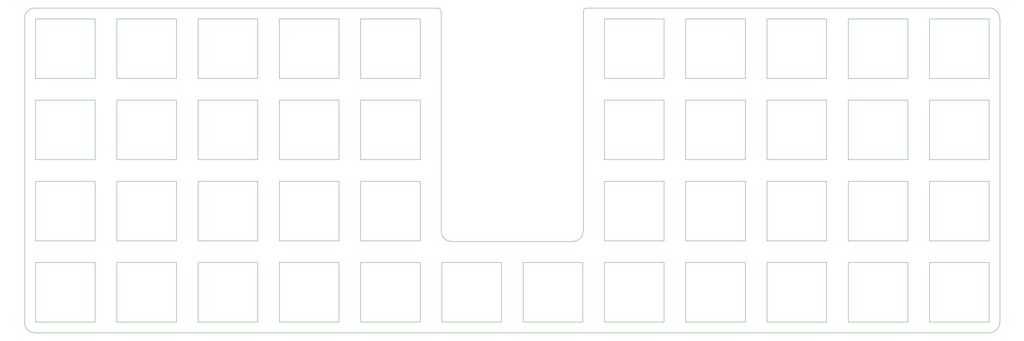
<source format=gbr>
%TF.GenerationSoftware,KiCad,Pcbnew,5.1.9+dfsg1-1*%
%TF.CreationDate,2022-03-28T15:57:18+02:00*%
%TF.ProjectId,la_nc-plate,6c615f6e-632d-4706-9c61-74652e6b6963,rev?*%
%TF.SameCoordinates,Original*%
%TF.FileFunction,Profile,NP*%
%FSLAX46Y46*%
G04 Gerber Fmt 4.6, Leading zero omitted, Abs format (unit mm)*
G04 Created by KiCad (PCBNEW 5.1.9+dfsg1-1) date 2022-03-28 15:57:18*
%MOMM*%
%LPD*%
G01*
G04 APERTURE LIST*
%TA.AperFunction,Profile*%
%ADD10C,0.050000*%
%TD*%
%TA.AperFunction,Profile*%
%ADD11C,0.120000*%
%TD*%
G04 APERTURE END LIST*
D10*
X171450000Y-31750000D02*
X173037500Y-31750000D01*
X170656250Y-34131250D02*
X170656250Y-32543750D01*
X170656250Y-32543750D02*
G75*
G02*
X171450000Y-31750000I793750J0D01*
G01*
X136525000Y-31750000D02*
X134937500Y-31750000D01*
X137318750Y-34131250D02*
X137318750Y-32543750D01*
X136525000Y-31750000D02*
G75*
G02*
X137318750Y-32543750I0J-793750D01*
G01*
X173037500Y-31750000D02*
X265906250Y-31750000D01*
X170656250Y-84137500D02*
X170656250Y-34131250D01*
X139700000Y-86518750D02*
X168275000Y-86518750D01*
X137318750Y-34131250D02*
X137318750Y-84137500D01*
X42068750Y-31750000D02*
X134937500Y-31750000D01*
X268287500Y-34131250D02*
X268287500Y-105568750D01*
X39687500Y-105568750D02*
X39687500Y-34131250D01*
X265906250Y-107950000D02*
X42068750Y-107950000D01*
X268287500Y-105568750D02*
G75*
G02*
X265906250Y-107950000I-2381250J0D01*
G01*
X265906250Y-31750000D02*
G75*
G02*
X268287500Y-34131250I0J-2381250D01*
G01*
X170656250Y-84137500D02*
G75*
G02*
X168275000Y-86518750I-2381250J0D01*
G01*
X139700000Y-86518750D02*
G75*
G02*
X137318750Y-84137500I0J2381250D01*
G01*
X42068750Y-107950000D02*
G75*
G02*
X39687500Y-105568750I0J2381250D01*
G01*
X39687500Y-34131250D02*
G75*
G02*
X42068750Y-31750000I2381250J0D01*
G01*
D11*
%TO.C,H42*%
X265762500Y-91425000D02*
X251762500Y-91425000D01*
X265762500Y-105425000D02*
X265762500Y-91425000D01*
X251762500Y-105425000D02*
X265762500Y-105425000D01*
X251762500Y-91425000D02*
X251762500Y-105425000D01*
%TO.C,H41*%
X265762500Y-72375000D02*
X251762500Y-72375000D01*
X265762500Y-86375000D02*
X265762500Y-72375000D01*
X251762500Y-86375000D02*
X265762500Y-86375000D01*
X251762500Y-72375000D02*
X251762500Y-86375000D01*
%TO.C,H40*%
X265762500Y-53325000D02*
X251762500Y-53325000D01*
X265762500Y-67325000D02*
X265762500Y-53325000D01*
X251762500Y-67325000D02*
X265762500Y-67325000D01*
X251762500Y-53325000D02*
X251762500Y-67325000D01*
%TO.C,H39*%
X265762500Y-34275000D02*
X251762500Y-34275000D01*
X265762500Y-48275000D02*
X265762500Y-34275000D01*
X251762500Y-48275000D02*
X265762500Y-48275000D01*
X251762500Y-34275000D02*
X251762500Y-48275000D01*
%TO.C,H38*%
X246712500Y-91425000D02*
X232712500Y-91425000D01*
X246712500Y-105425000D02*
X246712500Y-91425000D01*
X232712500Y-105425000D02*
X246712500Y-105425000D01*
X232712500Y-91425000D02*
X232712500Y-105425000D01*
%TO.C,H37*%
X246712500Y-72375000D02*
X232712500Y-72375000D01*
X246712500Y-86375000D02*
X246712500Y-72375000D01*
X232712500Y-86375000D02*
X246712500Y-86375000D01*
X232712500Y-72375000D02*
X232712500Y-86375000D01*
%TO.C,H36*%
X246712500Y-53325000D02*
X232712500Y-53325000D01*
X246712500Y-67325000D02*
X246712500Y-53325000D01*
X232712500Y-67325000D02*
X246712500Y-67325000D01*
X232712500Y-53325000D02*
X232712500Y-67325000D01*
%TO.C,H35*%
X246712500Y-34275000D02*
X232712500Y-34275000D01*
X246712500Y-48275000D02*
X246712500Y-34275000D01*
X232712500Y-48275000D02*
X246712500Y-48275000D01*
X232712500Y-34275000D02*
X232712500Y-48275000D01*
%TO.C,H34*%
X227662500Y-91425000D02*
X213662500Y-91425000D01*
X227662500Y-105425000D02*
X227662500Y-91425000D01*
X213662500Y-105425000D02*
X227662500Y-105425000D01*
X213662500Y-91425000D02*
X213662500Y-105425000D01*
%TO.C,H33*%
X227662500Y-72375000D02*
X213662500Y-72375000D01*
X227662500Y-86375000D02*
X227662500Y-72375000D01*
X213662500Y-86375000D02*
X227662500Y-86375000D01*
X213662500Y-72375000D02*
X213662500Y-86375000D01*
%TO.C,H32*%
X227662500Y-53325000D02*
X213662500Y-53325000D01*
X227662500Y-67325000D02*
X227662500Y-53325000D01*
X213662500Y-67325000D02*
X227662500Y-67325000D01*
X213662500Y-53325000D02*
X213662500Y-67325000D01*
%TO.C,H31*%
X227662500Y-34275000D02*
X213662500Y-34275000D01*
X227662500Y-48275000D02*
X227662500Y-34275000D01*
X213662500Y-48275000D02*
X227662500Y-48275000D01*
X213662500Y-34275000D02*
X213662500Y-48275000D01*
%TO.C,H30*%
X208612500Y-91425000D02*
X194612500Y-91425000D01*
X208612500Y-105425000D02*
X208612500Y-91425000D01*
X194612500Y-105425000D02*
X208612500Y-105425000D01*
X194612500Y-91425000D02*
X194612500Y-105425000D01*
%TO.C,H29*%
X208612500Y-72375000D02*
X194612500Y-72375000D01*
X208612500Y-86375000D02*
X208612500Y-72375000D01*
X194612500Y-86375000D02*
X208612500Y-86375000D01*
X194612500Y-72375000D02*
X194612500Y-86375000D01*
%TO.C,H28*%
X208612500Y-53325000D02*
X194612500Y-53325000D01*
X208612500Y-67325000D02*
X208612500Y-53325000D01*
X194612500Y-67325000D02*
X208612500Y-67325000D01*
X194612500Y-53325000D02*
X194612500Y-67325000D01*
%TO.C,H27*%
X208612500Y-34275000D02*
X194612500Y-34275000D01*
X208612500Y-48275000D02*
X208612500Y-34275000D01*
X194612500Y-48275000D02*
X208612500Y-48275000D01*
X194612500Y-34275000D02*
X194612500Y-48275000D01*
%TO.C,H26*%
X189562500Y-91425000D02*
X175562500Y-91425000D01*
X189562500Y-105425000D02*
X189562500Y-91425000D01*
X175562500Y-105425000D02*
X189562500Y-105425000D01*
X175562500Y-91425000D02*
X175562500Y-105425000D01*
%TO.C,H25*%
X189562500Y-72375000D02*
X175562500Y-72375000D01*
X189562500Y-86375000D02*
X189562500Y-72375000D01*
X175562500Y-86375000D02*
X189562500Y-86375000D01*
X175562500Y-72375000D02*
X175562500Y-86375000D01*
%TO.C,H24*%
X189562500Y-53325000D02*
X175562500Y-53325000D01*
X189562500Y-67325000D02*
X189562500Y-53325000D01*
X175562500Y-67325000D02*
X189562500Y-67325000D01*
X175562500Y-53325000D02*
X175562500Y-67325000D01*
%TO.C,H23*%
X189562500Y-34275000D02*
X175562500Y-34275000D01*
X189562500Y-48275000D02*
X189562500Y-34275000D01*
X175562500Y-48275000D02*
X189562500Y-48275000D01*
X175562500Y-34275000D02*
X175562500Y-48275000D01*
%TO.C,H22*%
X170512500Y-91425000D02*
X156512500Y-91425000D01*
X170512500Y-105425000D02*
X170512500Y-91425000D01*
X156512500Y-105425000D02*
X170512500Y-105425000D01*
X156512500Y-91425000D02*
X156512500Y-105425000D01*
%TO.C,H21*%
X151462500Y-91425000D02*
X137462500Y-91425000D01*
X151462500Y-105425000D02*
X151462500Y-91425000D01*
X137462500Y-105425000D02*
X151462500Y-105425000D01*
X137462500Y-91425000D02*
X137462500Y-105425000D01*
%TO.C,H20*%
X132412500Y-91425000D02*
X118412500Y-91425000D01*
X132412500Y-105425000D02*
X132412500Y-91425000D01*
X118412500Y-105425000D02*
X132412500Y-105425000D01*
X118412500Y-91425000D02*
X118412500Y-105425000D01*
%TO.C,H19*%
X132412500Y-72375000D02*
X118412500Y-72375000D01*
X132412500Y-86375000D02*
X132412500Y-72375000D01*
X118412500Y-86375000D02*
X132412500Y-86375000D01*
X118412500Y-72375000D02*
X118412500Y-86375000D01*
%TO.C,H18*%
X132412500Y-53325000D02*
X118412500Y-53325000D01*
X132412500Y-67325000D02*
X132412500Y-53325000D01*
X118412500Y-67325000D02*
X132412500Y-67325000D01*
X118412500Y-53325000D02*
X118412500Y-67325000D01*
%TO.C,H17*%
X132412500Y-34275000D02*
X118412500Y-34275000D01*
X132412500Y-48275000D02*
X132412500Y-34275000D01*
X118412500Y-48275000D02*
X132412500Y-48275000D01*
X118412500Y-34275000D02*
X118412500Y-48275000D01*
%TO.C,H16*%
X113362500Y-91425000D02*
X99362500Y-91425000D01*
X113362500Y-105425000D02*
X113362500Y-91425000D01*
X99362500Y-105425000D02*
X113362500Y-105425000D01*
X99362500Y-91425000D02*
X99362500Y-105425000D01*
%TO.C,H15*%
X113362500Y-72375000D02*
X99362500Y-72375000D01*
X113362500Y-86375000D02*
X113362500Y-72375000D01*
X99362500Y-86375000D02*
X113362500Y-86375000D01*
X99362500Y-72375000D02*
X99362500Y-86375000D01*
%TO.C,H14*%
X113362500Y-53325000D02*
X99362500Y-53325000D01*
X113362500Y-67325000D02*
X113362500Y-53325000D01*
X99362500Y-67325000D02*
X113362500Y-67325000D01*
X99362500Y-53325000D02*
X99362500Y-67325000D01*
%TO.C,H13*%
X113362500Y-34275000D02*
X99362500Y-34275000D01*
X113362500Y-48275000D02*
X113362500Y-34275000D01*
X99362500Y-48275000D02*
X113362500Y-48275000D01*
X99362500Y-34275000D02*
X99362500Y-48275000D01*
%TO.C,H12*%
X94312500Y-91425000D02*
X80312500Y-91425000D01*
X94312500Y-105425000D02*
X94312500Y-91425000D01*
X80312500Y-105425000D02*
X94312500Y-105425000D01*
X80312500Y-91425000D02*
X80312500Y-105425000D01*
%TO.C,H11*%
X94312500Y-72375000D02*
X80312500Y-72375000D01*
X94312500Y-86375000D02*
X94312500Y-72375000D01*
X80312500Y-86375000D02*
X94312500Y-86375000D01*
X80312500Y-72375000D02*
X80312500Y-86375000D01*
%TO.C,H10*%
X94312500Y-53325000D02*
X80312500Y-53325000D01*
X94312500Y-67325000D02*
X94312500Y-53325000D01*
X80312500Y-67325000D02*
X94312500Y-67325000D01*
X80312500Y-53325000D02*
X80312500Y-67325000D01*
%TO.C,H9*%
X94312500Y-34275000D02*
X80312500Y-34275000D01*
X94312500Y-48275000D02*
X94312500Y-34275000D01*
X80312500Y-48275000D02*
X94312500Y-48275000D01*
X80312500Y-34275000D02*
X80312500Y-48275000D01*
%TO.C,H8*%
X75262500Y-91425000D02*
X61262500Y-91425000D01*
X75262500Y-105425000D02*
X75262500Y-91425000D01*
X61262500Y-105425000D02*
X75262500Y-105425000D01*
X61262500Y-91425000D02*
X61262500Y-105425000D01*
%TO.C,H7*%
X75262500Y-72375000D02*
X61262500Y-72375000D01*
X75262500Y-86375000D02*
X75262500Y-72375000D01*
X61262500Y-86375000D02*
X75262500Y-86375000D01*
X61262500Y-72375000D02*
X61262500Y-86375000D01*
%TO.C,H6*%
X75262500Y-53325000D02*
X61262500Y-53325000D01*
X75262500Y-67325000D02*
X75262500Y-53325000D01*
X61262500Y-67325000D02*
X75262500Y-67325000D01*
X61262500Y-53325000D02*
X61262500Y-67325000D01*
%TO.C,H5*%
X75262500Y-34275000D02*
X61262500Y-34275000D01*
X75262500Y-48275000D02*
X75262500Y-34275000D01*
X61262500Y-48275000D02*
X75262500Y-48275000D01*
X61262500Y-34275000D02*
X61262500Y-48275000D01*
%TO.C,H4*%
X56212500Y-91425000D02*
X42212500Y-91425000D01*
X56212500Y-105425000D02*
X56212500Y-91425000D01*
X42212500Y-105425000D02*
X56212500Y-105425000D01*
X42212500Y-91425000D02*
X42212500Y-105425000D01*
%TO.C,H3*%
X56212500Y-72375000D02*
X42212500Y-72375000D01*
X56212500Y-86375000D02*
X56212500Y-72375000D01*
X42212500Y-86375000D02*
X56212500Y-86375000D01*
X42212500Y-72375000D02*
X42212500Y-86375000D01*
%TO.C,H2*%
X56212500Y-53325000D02*
X42212500Y-53325000D01*
X56212500Y-67325000D02*
X56212500Y-53325000D01*
X42212500Y-67325000D02*
X56212500Y-67325000D01*
X42212500Y-53325000D02*
X42212500Y-67325000D01*
%TO.C,H1*%
X56212500Y-34275000D02*
X42212500Y-34275000D01*
X56212500Y-48275000D02*
X56212500Y-34275000D01*
X42212500Y-48275000D02*
X56212500Y-48275000D01*
X42212500Y-34275000D02*
X42212500Y-48275000D01*
%TD*%
M02*

</source>
